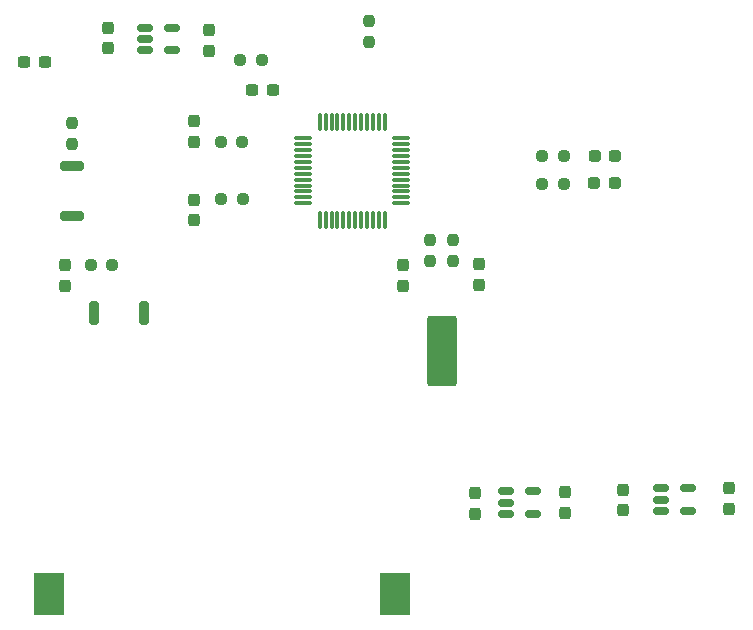
<source format=gbr>
%TF.GenerationSoftware,KiCad,Pcbnew,9.0.4*%
%TF.CreationDate,2025-09-21T18:36:08+05:30*%
%TF.ProjectId,l4_dev_board,6c345f64-6576-45f6-926f-6172642e6b69,rev?*%
%TF.SameCoordinates,Original*%
%TF.FileFunction,Paste,Top*%
%TF.FilePolarity,Positive*%
%FSLAX46Y46*%
G04 Gerber Fmt 4.6, Leading zero omitted, Abs format (unit mm)*
G04 Created by KiCad (PCBNEW 9.0.4) date 2025-09-21 18:36:08*
%MOMM*%
%LPD*%
G01*
G04 APERTURE LIST*
G04 Aperture macros list*
%AMRoundRect*
0 Rectangle with rounded corners*
0 $1 Rounding radius*
0 $2 $3 $4 $5 $6 $7 $8 $9 X,Y pos of 4 corners*
0 Add a 4 corners polygon primitive as box body*
4,1,4,$2,$3,$4,$5,$6,$7,$8,$9,$2,$3,0*
0 Add four circle primitives for the rounded corners*
1,1,$1+$1,$2,$3*
1,1,$1+$1,$4,$5*
1,1,$1+$1,$6,$7*
1,1,$1+$1,$8,$9*
0 Add four rect primitives between the rounded corners*
20,1,$1+$1,$2,$3,$4,$5,0*
20,1,$1+$1,$4,$5,$6,$7,0*
20,1,$1+$1,$6,$7,$8,$9,0*
20,1,$1+$1,$8,$9,$2,$3,0*%
G04 Aperture macros list end*
%ADD10RoundRect,0.237500X0.237500X-0.300000X0.237500X0.300000X-0.237500X0.300000X-0.237500X-0.300000X0*%
%ADD11RoundRect,0.237500X-0.300000X-0.237500X0.300000X-0.237500X0.300000X0.237500X-0.300000X0.237500X0*%
%ADD12RoundRect,0.150000X-0.512500X-0.150000X0.512500X-0.150000X0.512500X0.150000X-0.512500X0.150000X0*%
%ADD13R,2.600000X3.600000*%
%ADD14RoundRect,0.237500X-0.237500X0.300000X-0.237500X-0.300000X0.237500X-0.300000X0.237500X0.300000X0*%
%ADD15RoundRect,0.237500X0.237500X-0.250000X0.237500X0.250000X-0.237500X0.250000X-0.237500X-0.250000X0*%
%ADD16RoundRect,0.237500X-0.237500X0.250000X-0.237500X-0.250000X0.237500X-0.250000X0.237500X0.250000X0*%
%ADD17RoundRect,0.237500X-0.250000X-0.237500X0.250000X-0.237500X0.250000X0.237500X-0.250000X0.237500X0*%
%ADD18RoundRect,0.250000X-1.000000X-2.750000X1.000000X-2.750000X1.000000X2.750000X-1.000000X2.750000X0*%
%ADD19RoundRect,0.237500X0.287500X0.237500X-0.287500X0.237500X-0.287500X-0.237500X0.287500X-0.237500X0*%
%ADD20RoundRect,0.075000X-0.662500X-0.075000X0.662500X-0.075000X0.662500X0.075000X-0.662500X0.075000X0*%
%ADD21RoundRect,0.075000X-0.075000X-0.662500X0.075000X-0.662500X0.075000X0.662500X-0.075000X0.662500X0*%
%ADD22RoundRect,0.200000X-0.200000X-0.800000X0.200000X-0.800000X0.200000X0.800000X-0.200000X0.800000X0*%
%ADD23RoundRect,0.200000X-0.800000X0.200000X-0.800000X-0.200000X0.800000X-0.200000X0.800000X0.200000X0*%
%ADD24RoundRect,0.237500X0.300000X0.237500X-0.300000X0.237500X-0.300000X-0.237500X0.300000X-0.237500X0*%
G04 APERTURE END LIST*
D10*
%TO.C,C2*%
X166963479Y-43247766D03*
X166963479Y-41522766D03*
%TD*%
D11*
%TO.C,C10*%
X152575353Y-36543220D03*
X154300353Y-36543220D03*
%TD*%
D12*
%TO.C,U3*%
X193386172Y-72866999D03*
X193386172Y-73816999D03*
X193386172Y-74766999D03*
X195661172Y-74766999D03*
X195661172Y-72866999D03*
%TD*%
D13*
%TO.C,BT1*%
X154689228Y-81527847D03*
X183989228Y-81527847D03*
%TD*%
D14*
%TO.C,C16*%
X198384673Y-72955286D03*
X198384673Y-74680286D03*
%TD*%
D15*
%TO.C,R91*%
X188858946Y-53363869D03*
X188858946Y-51538869D03*
%TD*%
D10*
%TO.C,C3*%
X191091438Y-55369383D03*
X191091438Y-53644383D03*
%TD*%
D14*
%TO.C,C12*%
X203280033Y-72721290D03*
X203280033Y-74446290D03*
%TD*%
D16*
%TO.C,R3*%
X156588296Y-41641858D03*
X156588296Y-43466858D03*
%TD*%
D14*
%TO.C,C13*%
X212261135Y-72587207D03*
X212261135Y-74312207D03*
%TD*%
D17*
%TO.C,R4*%
X158216368Y-53670357D03*
X160041368Y-53670357D03*
%TD*%
%TO.C,R26*%
X170877691Y-36329070D03*
X172702691Y-36329070D03*
%TD*%
%TO.C,R88*%
X169197637Y-43298110D03*
X171022637Y-43298110D03*
%TD*%
D18*
%TO.C,Y4*%
X187960000Y-60960000D03*
%TD*%
D19*
%TO.C,D1*%
X202590909Y-46785503D03*
X200840909Y-46785503D03*
%TD*%
D20*
%TO.C,U1*%
X176177500Y-42970000D03*
X176177500Y-43470000D03*
X176177500Y-43970000D03*
X176177500Y-44470000D03*
X176177500Y-44970000D03*
X176177500Y-45470000D03*
X176177500Y-45970000D03*
X176177500Y-46470000D03*
X176177500Y-46970000D03*
X176177500Y-47470000D03*
X176177500Y-47970000D03*
X176177500Y-48470000D03*
D21*
X177590000Y-49882500D03*
X178090000Y-49882500D03*
X178590000Y-49882500D03*
X179090000Y-49882500D03*
X179590000Y-49882500D03*
X180090000Y-49882500D03*
X180590000Y-49882500D03*
X181090000Y-49882500D03*
X181590000Y-49882500D03*
X182090000Y-49882500D03*
X182590000Y-49882500D03*
X183090000Y-49882500D03*
D20*
X184502500Y-48470000D03*
X184502500Y-47970000D03*
X184502500Y-47470000D03*
X184502500Y-46970000D03*
X184502500Y-46470000D03*
X184502500Y-45970000D03*
X184502500Y-45470000D03*
X184502500Y-44970000D03*
X184502500Y-44470000D03*
X184502500Y-43970000D03*
X184502500Y-43470000D03*
X184502500Y-42970000D03*
D21*
X183090000Y-41557500D03*
X182590000Y-41557500D03*
X182090000Y-41557500D03*
X181590000Y-41557500D03*
X181090000Y-41557500D03*
X180590000Y-41557500D03*
X180090000Y-41557500D03*
X179590000Y-41557500D03*
X179090000Y-41557500D03*
X178590000Y-41557500D03*
X178090000Y-41557500D03*
X177590000Y-41557500D03*
%TD*%
D14*
%TO.C,C15*%
X190750133Y-73011660D03*
X190750133Y-74736660D03*
%TD*%
D17*
%TO.C,R90*%
X169267500Y-48098191D03*
X171092500Y-48098191D03*
%TD*%
D16*
%TO.C,R27*%
X181755320Y-33015447D03*
X181755320Y-34840447D03*
%TD*%
D10*
%TO.C,C4*%
X184627717Y-55461942D03*
X184627717Y-53736942D03*
%TD*%
D22*
%TO.C,SW1*%
X158481523Y-57743775D03*
X162681523Y-57743775D03*
%TD*%
D23*
%TO.C,SW2*%
X156613587Y-45322651D03*
X156613587Y-49522651D03*
%TD*%
D12*
%TO.C,U2*%
X206481532Y-72610746D03*
X206481532Y-73560746D03*
X206481532Y-74510746D03*
X208756532Y-74510746D03*
X208756532Y-72610746D03*
%TD*%
D14*
%TO.C,C7*%
X155982547Y-53717447D03*
X155982547Y-55442447D03*
%TD*%
%TO.C,C1*%
X166977178Y-48166489D03*
X166977178Y-49891489D03*
%TD*%
D24*
%TO.C,C51*%
X173600066Y-38862756D03*
X171875066Y-38862756D03*
%TD*%
D15*
%TO.C,R89*%
X186957602Y-53378495D03*
X186957602Y-51553495D03*
%TD*%
D14*
%TO.C,C5*%
X159646559Y-33590979D03*
X159646559Y-35315979D03*
%TD*%
D17*
%TO.C,R1*%
X196427133Y-46813329D03*
X198252133Y-46813329D03*
%TD*%
D19*
%TO.C,D2*%
X202627568Y-44478301D03*
X200877568Y-44478301D03*
%TD*%
D12*
%TO.C,U4*%
X162771005Y-33633002D03*
X162771005Y-34583002D03*
X162771005Y-35533002D03*
X165046005Y-35533002D03*
X165046005Y-33633002D03*
%TD*%
D14*
%TO.C,C6*%
X168254733Y-33819580D03*
X168254733Y-35544580D03*
%TD*%
D17*
%TO.C,R2*%
X196427133Y-44506699D03*
X198252133Y-44506699D03*
%TD*%
M02*

</source>
